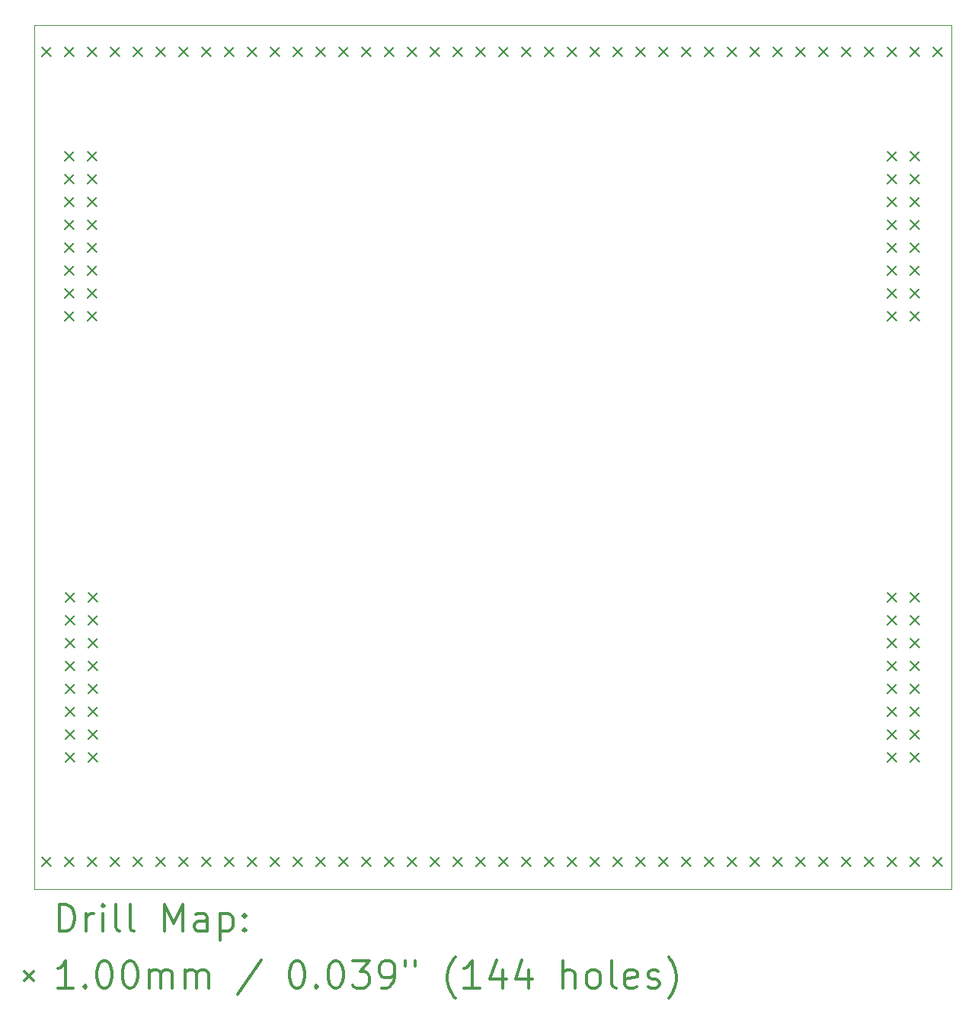
<source format=gbr>
%FSLAX45Y45*%
G04 Gerber Fmt 4.5, Leading zero omitted, Abs format (unit mm)*
G04 Created by KiCad (PCBNEW (5.1.9)-1) date 2021-10-03 21:23:25*
%MOMM*%
%LPD*%
G01*
G04 APERTURE LIST*
%TA.AperFunction,Profile*%
%ADD10C,0.100000*%
%TD*%
%ADD11C,0.200000*%
%ADD12C,0.300000*%
G04 APERTURE END LIST*
D10*
X8500000Y-13900000D02*
X8500000Y-4300000D01*
X18700000Y-13900000D02*
X8500000Y-13900000D01*
X18700000Y-4300000D02*
X18700000Y-13900000D01*
X8500000Y-4300000D02*
X18700000Y-4300000D01*
D11*
X8590000Y-4550000D02*
X8690000Y-4650000D01*
X8690000Y-4550000D02*
X8590000Y-4650000D01*
X8590000Y-13550000D02*
X8690000Y-13650000D01*
X8690000Y-13550000D02*
X8590000Y-13650000D01*
X8840000Y-5710000D02*
X8940000Y-5810000D01*
X8940000Y-5710000D02*
X8840000Y-5810000D01*
X8840000Y-5964000D02*
X8940000Y-6064000D01*
X8940000Y-5964000D02*
X8840000Y-6064000D01*
X8840000Y-6218000D02*
X8940000Y-6318000D01*
X8940000Y-6218000D02*
X8840000Y-6318000D01*
X8840000Y-6472000D02*
X8940000Y-6572000D01*
X8940000Y-6472000D02*
X8840000Y-6572000D01*
X8840000Y-6726000D02*
X8940000Y-6826000D01*
X8940000Y-6726000D02*
X8840000Y-6826000D01*
X8840000Y-6980000D02*
X8940000Y-7080000D01*
X8940000Y-6980000D02*
X8840000Y-7080000D01*
X8840000Y-7234000D02*
X8940000Y-7334000D01*
X8940000Y-7234000D02*
X8840000Y-7334000D01*
X8840000Y-7488000D02*
X8940000Y-7588000D01*
X8940000Y-7488000D02*
X8840000Y-7588000D01*
X8844000Y-4550000D02*
X8944000Y-4650000D01*
X8944000Y-4550000D02*
X8844000Y-4650000D01*
X8844000Y-13550000D02*
X8944000Y-13650000D01*
X8944000Y-13550000D02*
X8844000Y-13650000D01*
X8849000Y-10610000D02*
X8949000Y-10710000D01*
X8949000Y-10610000D02*
X8849000Y-10710000D01*
X8849000Y-10864000D02*
X8949000Y-10964000D01*
X8949000Y-10864000D02*
X8849000Y-10964000D01*
X8849000Y-11118000D02*
X8949000Y-11218000D01*
X8949000Y-11118000D02*
X8849000Y-11218000D01*
X8849000Y-11372000D02*
X8949000Y-11472000D01*
X8949000Y-11372000D02*
X8849000Y-11472000D01*
X8849000Y-11626000D02*
X8949000Y-11726000D01*
X8949000Y-11626000D02*
X8849000Y-11726000D01*
X8849000Y-11880000D02*
X8949000Y-11980000D01*
X8949000Y-11880000D02*
X8849000Y-11980000D01*
X8849000Y-12134000D02*
X8949000Y-12234000D01*
X8949000Y-12134000D02*
X8849000Y-12234000D01*
X8849000Y-12388000D02*
X8949000Y-12488000D01*
X8949000Y-12388000D02*
X8849000Y-12488000D01*
X9094000Y-5710000D02*
X9194000Y-5810000D01*
X9194000Y-5710000D02*
X9094000Y-5810000D01*
X9094000Y-5964000D02*
X9194000Y-6064000D01*
X9194000Y-5964000D02*
X9094000Y-6064000D01*
X9094000Y-6218000D02*
X9194000Y-6318000D01*
X9194000Y-6218000D02*
X9094000Y-6318000D01*
X9094000Y-6472000D02*
X9194000Y-6572000D01*
X9194000Y-6472000D02*
X9094000Y-6572000D01*
X9094000Y-6726000D02*
X9194000Y-6826000D01*
X9194000Y-6726000D02*
X9094000Y-6826000D01*
X9094000Y-6980000D02*
X9194000Y-7080000D01*
X9194000Y-6980000D02*
X9094000Y-7080000D01*
X9094000Y-7234000D02*
X9194000Y-7334000D01*
X9194000Y-7234000D02*
X9094000Y-7334000D01*
X9094000Y-7488000D02*
X9194000Y-7588000D01*
X9194000Y-7488000D02*
X9094000Y-7588000D01*
X9098000Y-4550000D02*
X9198000Y-4650000D01*
X9198000Y-4550000D02*
X9098000Y-4650000D01*
X9098000Y-13550000D02*
X9198000Y-13650000D01*
X9198000Y-13550000D02*
X9098000Y-13650000D01*
X9103000Y-10610000D02*
X9203000Y-10710000D01*
X9203000Y-10610000D02*
X9103000Y-10710000D01*
X9103000Y-10864000D02*
X9203000Y-10964000D01*
X9203000Y-10864000D02*
X9103000Y-10964000D01*
X9103000Y-11118000D02*
X9203000Y-11218000D01*
X9203000Y-11118000D02*
X9103000Y-11218000D01*
X9103000Y-11372000D02*
X9203000Y-11472000D01*
X9203000Y-11372000D02*
X9103000Y-11472000D01*
X9103000Y-11626000D02*
X9203000Y-11726000D01*
X9203000Y-11626000D02*
X9103000Y-11726000D01*
X9103000Y-11880000D02*
X9203000Y-11980000D01*
X9203000Y-11880000D02*
X9103000Y-11980000D01*
X9103000Y-12134000D02*
X9203000Y-12234000D01*
X9203000Y-12134000D02*
X9103000Y-12234000D01*
X9103000Y-12388000D02*
X9203000Y-12488000D01*
X9203000Y-12388000D02*
X9103000Y-12488000D01*
X9352000Y-4550000D02*
X9452000Y-4650000D01*
X9452000Y-4550000D02*
X9352000Y-4650000D01*
X9352000Y-13550000D02*
X9452000Y-13650000D01*
X9452000Y-13550000D02*
X9352000Y-13650000D01*
X9606000Y-4550000D02*
X9706000Y-4650000D01*
X9706000Y-4550000D02*
X9606000Y-4650000D01*
X9606000Y-13550000D02*
X9706000Y-13650000D01*
X9706000Y-13550000D02*
X9606000Y-13650000D01*
X9860000Y-4550000D02*
X9960000Y-4650000D01*
X9960000Y-4550000D02*
X9860000Y-4650000D01*
X9860000Y-13550000D02*
X9960000Y-13650000D01*
X9960000Y-13550000D02*
X9860000Y-13650000D01*
X10114000Y-4550000D02*
X10214000Y-4650000D01*
X10214000Y-4550000D02*
X10114000Y-4650000D01*
X10114000Y-13550000D02*
X10214000Y-13650000D01*
X10214000Y-13550000D02*
X10114000Y-13650000D01*
X10368000Y-4550000D02*
X10468000Y-4650000D01*
X10468000Y-4550000D02*
X10368000Y-4650000D01*
X10368000Y-13550000D02*
X10468000Y-13650000D01*
X10468000Y-13550000D02*
X10368000Y-13650000D01*
X10622000Y-4550000D02*
X10722000Y-4650000D01*
X10722000Y-4550000D02*
X10622000Y-4650000D01*
X10622000Y-13550000D02*
X10722000Y-13650000D01*
X10722000Y-13550000D02*
X10622000Y-13650000D01*
X10876000Y-4550000D02*
X10976000Y-4650000D01*
X10976000Y-4550000D02*
X10876000Y-4650000D01*
X10876000Y-13550000D02*
X10976000Y-13650000D01*
X10976000Y-13550000D02*
X10876000Y-13650000D01*
X11130000Y-4550000D02*
X11230000Y-4650000D01*
X11230000Y-4550000D02*
X11130000Y-4650000D01*
X11130000Y-13550000D02*
X11230000Y-13650000D01*
X11230000Y-13550000D02*
X11130000Y-13650000D01*
X11384000Y-4550000D02*
X11484000Y-4650000D01*
X11484000Y-4550000D02*
X11384000Y-4650000D01*
X11384000Y-13550000D02*
X11484000Y-13650000D01*
X11484000Y-13550000D02*
X11384000Y-13650000D01*
X11638000Y-4550000D02*
X11738000Y-4650000D01*
X11738000Y-4550000D02*
X11638000Y-4650000D01*
X11638000Y-13550000D02*
X11738000Y-13650000D01*
X11738000Y-13550000D02*
X11638000Y-13650000D01*
X11892000Y-4550000D02*
X11992000Y-4650000D01*
X11992000Y-4550000D02*
X11892000Y-4650000D01*
X11892000Y-13550000D02*
X11992000Y-13650000D01*
X11992000Y-13550000D02*
X11892000Y-13650000D01*
X12146000Y-4550000D02*
X12246000Y-4650000D01*
X12246000Y-4550000D02*
X12146000Y-4650000D01*
X12146000Y-13550000D02*
X12246000Y-13650000D01*
X12246000Y-13550000D02*
X12146000Y-13650000D01*
X12400000Y-4550000D02*
X12500000Y-4650000D01*
X12500000Y-4550000D02*
X12400000Y-4650000D01*
X12400000Y-13550000D02*
X12500000Y-13650000D01*
X12500000Y-13550000D02*
X12400000Y-13650000D01*
X12654000Y-4550000D02*
X12754000Y-4650000D01*
X12754000Y-4550000D02*
X12654000Y-4650000D01*
X12654000Y-13550000D02*
X12754000Y-13650000D01*
X12754000Y-13550000D02*
X12654000Y-13650000D01*
X12908000Y-4550000D02*
X13008000Y-4650000D01*
X13008000Y-4550000D02*
X12908000Y-4650000D01*
X12908000Y-13550000D02*
X13008000Y-13650000D01*
X13008000Y-13550000D02*
X12908000Y-13650000D01*
X13162000Y-4550000D02*
X13262000Y-4650000D01*
X13262000Y-4550000D02*
X13162000Y-4650000D01*
X13162000Y-13550000D02*
X13262000Y-13650000D01*
X13262000Y-13550000D02*
X13162000Y-13650000D01*
X13416000Y-4550000D02*
X13516000Y-4650000D01*
X13516000Y-4550000D02*
X13416000Y-4650000D01*
X13416000Y-13550000D02*
X13516000Y-13650000D01*
X13516000Y-13550000D02*
X13416000Y-13650000D01*
X13670000Y-4550000D02*
X13770000Y-4650000D01*
X13770000Y-4550000D02*
X13670000Y-4650000D01*
X13670000Y-13550000D02*
X13770000Y-13650000D01*
X13770000Y-13550000D02*
X13670000Y-13650000D01*
X13924000Y-4550000D02*
X14024000Y-4650000D01*
X14024000Y-4550000D02*
X13924000Y-4650000D01*
X13924000Y-13550000D02*
X14024000Y-13650000D01*
X14024000Y-13550000D02*
X13924000Y-13650000D01*
X14178000Y-4550000D02*
X14278000Y-4650000D01*
X14278000Y-4550000D02*
X14178000Y-4650000D01*
X14178000Y-13550000D02*
X14278000Y-13650000D01*
X14278000Y-13550000D02*
X14178000Y-13650000D01*
X14432000Y-4550000D02*
X14532000Y-4650000D01*
X14532000Y-4550000D02*
X14432000Y-4650000D01*
X14432000Y-13550000D02*
X14532000Y-13650000D01*
X14532000Y-13550000D02*
X14432000Y-13650000D01*
X14686000Y-4550000D02*
X14786000Y-4650000D01*
X14786000Y-4550000D02*
X14686000Y-4650000D01*
X14686000Y-13550000D02*
X14786000Y-13650000D01*
X14786000Y-13550000D02*
X14686000Y-13650000D01*
X14940000Y-4550000D02*
X15040000Y-4650000D01*
X15040000Y-4550000D02*
X14940000Y-4650000D01*
X14940000Y-13550000D02*
X15040000Y-13650000D01*
X15040000Y-13550000D02*
X14940000Y-13650000D01*
X15194000Y-4550000D02*
X15294000Y-4650000D01*
X15294000Y-4550000D02*
X15194000Y-4650000D01*
X15194000Y-13550000D02*
X15294000Y-13650000D01*
X15294000Y-13550000D02*
X15194000Y-13650000D01*
X15448000Y-4550000D02*
X15548000Y-4650000D01*
X15548000Y-4550000D02*
X15448000Y-4650000D01*
X15448000Y-13550000D02*
X15548000Y-13650000D01*
X15548000Y-13550000D02*
X15448000Y-13650000D01*
X15702000Y-4550000D02*
X15802000Y-4650000D01*
X15802000Y-4550000D02*
X15702000Y-4650000D01*
X15702000Y-13550000D02*
X15802000Y-13650000D01*
X15802000Y-13550000D02*
X15702000Y-13650000D01*
X15956000Y-4550000D02*
X16056000Y-4650000D01*
X16056000Y-4550000D02*
X15956000Y-4650000D01*
X15956000Y-13550000D02*
X16056000Y-13650000D01*
X16056000Y-13550000D02*
X15956000Y-13650000D01*
X16210000Y-4550000D02*
X16310000Y-4650000D01*
X16310000Y-4550000D02*
X16210000Y-4650000D01*
X16210000Y-13550000D02*
X16310000Y-13650000D01*
X16310000Y-13550000D02*
X16210000Y-13650000D01*
X16464000Y-4550000D02*
X16564000Y-4650000D01*
X16564000Y-4550000D02*
X16464000Y-4650000D01*
X16464000Y-13550000D02*
X16564000Y-13650000D01*
X16564000Y-13550000D02*
X16464000Y-13650000D01*
X16718000Y-4550000D02*
X16818000Y-4650000D01*
X16818000Y-4550000D02*
X16718000Y-4650000D01*
X16718000Y-13550000D02*
X16818000Y-13650000D01*
X16818000Y-13550000D02*
X16718000Y-13650000D01*
X16972000Y-4550000D02*
X17072000Y-4650000D01*
X17072000Y-4550000D02*
X16972000Y-4650000D01*
X16972000Y-13550000D02*
X17072000Y-13650000D01*
X17072000Y-13550000D02*
X16972000Y-13650000D01*
X17226000Y-4550000D02*
X17326000Y-4650000D01*
X17326000Y-4550000D02*
X17226000Y-4650000D01*
X17226000Y-13550000D02*
X17326000Y-13650000D01*
X17326000Y-13550000D02*
X17226000Y-13650000D01*
X17480000Y-4550000D02*
X17580000Y-4650000D01*
X17580000Y-4550000D02*
X17480000Y-4650000D01*
X17480000Y-13550000D02*
X17580000Y-13650000D01*
X17580000Y-13550000D02*
X17480000Y-13650000D01*
X17734000Y-4550000D02*
X17834000Y-4650000D01*
X17834000Y-4550000D02*
X17734000Y-4650000D01*
X17734000Y-13550000D02*
X17834000Y-13650000D01*
X17834000Y-13550000D02*
X17734000Y-13650000D01*
X17986000Y-5710000D02*
X18086000Y-5810000D01*
X18086000Y-5710000D02*
X17986000Y-5810000D01*
X17986000Y-5964000D02*
X18086000Y-6064000D01*
X18086000Y-5964000D02*
X17986000Y-6064000D01*
X17986000Y-6218000D02*
X18086000Y-6318000D01*
X18086000Y-6218000D02*
X17986000Y-6318000D01*
X17986000Y-6472000D02*
X18086000Y-6572000D01*
X18086000Y-6472000D02*
X17986000Y-6572000D01*
X17986000Y-6726000D02*
X18086000Y-6826000D01*
X18086000Y-6726000D02*
X17986000Y-6826000D01*
X17986000Y-6980000D02*
X18086000Y-7080000D01*
X18086000Y-6980000D02*
X17986000Y-7080000D01*
X17986000Y-7234000D02*
X18086000Y-7334000D01*
X18086000Y-7234000D02*
X17986000Y-7334000D01*
X17986000Y-7488000D02*
X18086000Y-7588000D01*
X18086000Y-7488000D02*
X17986000Y-7588000D01*
X17986000Y-10610000D02*
X18086000Y-10710000D01*
X18086000Y-10610000D02*
X17986000Y-10710000D01*
X17986000Y-10864000D02*
X18086000Y-10964000D01*
X18086000Y-10864000D02*
X17986000Y-10964000D01*
X17986000Y-11118000D02*
X18086000Y-11218000D01*
X18086000Y-11118000D02*
X17986000Y-11218000D01*
X17986000Y-11372000D02*
X18086000Y-11472000D01*
X18086000Y-11372000D02*
X17986000Y-11472000D01*
X17986000Y-11626000D02*
X18086000Y-11726000D01*
X18086000Y-11626000D02*
X17986000Y-11726000D01*
X17986000Y-11880000D02*
X18086000Y-11980000D01*
X18086000Y-11880000D02*
X17986000Y-11980000D01*
X17986000Y-12134000D02*
X18086000Y-12234000D01*
X18086000Y-12134000D02*
X17986000Y-12234000D01*
X17986000Y-12388000D02*
X18086000Y-12488000D01*
X18086000Y-12388000D02*
X17986000Y-12488000D01*
X17988000Y-4550000D02*
X18088000Y-4650000D01*
X18088000Y-4550000D02*
X17988000Y-4650000D01*
X17988000Y-13550000D02*
X18088000Y-13650000D01*
X18088000Y-13550000D02*
X17988000Y-13650000D01*
X18240000Y-5710000D02*
X18340000Y-5810000D01*
X18340000Y-5710000D02*
X18240000Y-5810000D01*
X18240000Y-5964000D02*
X18340000Y-6064000D01*
X18340000Y-5964000D02*
X18240000Y-6064000D01*
X18240000Y-6218000D02*
X18340000Y-6318000D01*
X18340000Y-6218000D02*
X18240000Y-6318000D01*
X18240000Y-6472000D02*
X18340000Y-6572000D01*
X18340000Y-6472000D02*
X18240000Y-6572000D01*
X18240000Y-6726000D02*
X18340000Y-6826000D01*
X18340000Y-6726000D02*
X18240000Y-6826000D01*
X18240000Y-6980000D02*
X18340000Y-7080000D01*
X18340000Y-6980000D02*
X18240000Y-7080000D01*
X18240000Y-7234000D02*
X18340000Y-7334000D01*
X18340000Y-7234000D02*
X18240000Y-7334000D01*
X18240000Y-7488000D02*
X18340000Y-7588000D01*
X18340000Y-7488000D02*
X18240000Y-7588000D01*
X18240000Y-10610000D02*
X18340000Y-10710000D01*
X18340000Y-10610000D02*
X18240000Y-10710000D01*
X18240000Y-10864000D02*
X18340000Y-10964000D01*
X18340000Y-10864000D02*
X18240000Y-10964000D01*
X18240000Y-11118000D02*
X18340000Y-11218000D01*
X18340000Y-11118000D02*
X18240000Y-11218000D01*
X18240000Y-11372000D02*
X18340000Y-11472000D01*
X18340000Y-11372000D02*
X18240000Y-11472000D01*
X18240000Y-11626000D02*
X18340000Y-11726000D01*
X18340000Y-11626000D02*
X18240000Y-11726000D01*
X18240000Y-11880000D02*
X18340000Y-11980000D01*
X18340000Y-11880000D02*
X18240000Y-11980000D01*
X18240000Y-12134000D02*
X18340000Y-12234000D01*
X18340000Y-12134000D02*
X18240000Y-12234000D01*
X18240000Y-12388000D02*
X18340000Y-12488000D01*
X18340000Y-12388000D02*
X18240000Y-12488000D01*
X18242000Y-4550000D02*
X18342000Y-4650000D01*
X18342000Y-4550000D02*
X18242000Y-4650000D01*
X18242000Y-13550000D02*
X18342000Y-13650000D01*
X18342000Y-13550000D02*
X18242000Y-13650000D01*
X18496000Y-4550000D02*
X18596000Y-4650000D01*
X18596000Y-4550000D02*
X18496000Y-4650000D01*
X18496000Y-13550000D02*
X18596000Y-13650000D01*
X18596000Y-13550000D02*
X18496000Y-13650000D01*
D12*
X8781428Y-14370714D02*
X8781428Y-14070714D01*
X8852857Y-14070714D01*
X8895714Y-14085000D01*
X8924286Y-14113571D01*
X8938571Y-14142143D01*
X8952857Y-14199286D01*
X8952857Y-14242143D01*
X8938571Y-14299286D01*
X8924286Y-14327857D01*
X8895714Y-14356429D01*
X8852857Y-14370714D01*
X8781428Y-14370714D01*
X9081428Y-14370714D02*
X9081428Y-14170714D01*
X9081428Y-14227857D02*
X9095714Y-14199286D01*
X9110000Y-14185000D01*
X9138571Y-14170714D01*
X9167143Y-14170714D01*
X9267143Y-14370714D02*
X9267143Y-14170714D01*
X9267143Y-14070714D02*
X9252857Y-14085000D01*
X9267143Y-14099286D01*
X9281428Y-14085000D01*
X9267143Y-14070714D01*
X9267143Y-14099286D01*
X9452857Y-14370714D02*
X9424286Y-14356429D01*
X9410000Y-14327857D01*
X9410000Y-14070714D01*
X9610000Y-14370714D02*
X9581428Y-14356429D01*
X9567143Y-14327857D01*
X9567143Y-14070714D01*
X9952857Y-14370714D02*
X9952857Y-14070714D01*
X10052857Y-14285000D01*
X10152857Y-14070714D01*
X10152857Y-14370714D01*
X10424286Y-14370714D02*
X10424286Y-14213571D01*
X10410000Y-14185000D01*
X10381428Y-14170714D01*
X10324286Y-14170714D01*
X10295714Y-14185000D01*
X10424286Y-14356429D02*
X10395714Y-14370714D01*
X10324286Y-14370714D01*
X10295714Y-14356429D01*
X10281428Y-14327857D01*
X10281428Y-14299286D01*
X10295714Y-14270714D01*
X10324286Y-14256429D01*
X10395714Y-14256429D01*
X10424286Y-14242143D01*
X10567143Y-14170714D02*
X10567143Y-14470714D01*
X10567143Y-14185000D02*
X10595714Y-14170714D01*
X10652857Y-14170714D01*
X10681428Y-14185000D01*
X10695714Y-14199286D01*
X10710000Y-14227857D01*
X10710000Y-14313571D01*
X10695714Y-14342143D01*
X10681428Y-14356429D01*
X10652857Y-14370714D01*
X10595714Y-14370714D01*
X10567143Y-14356429D01*
X10838571Y-14342143D02*
X10852857Y-14356429D01*
X10838571Y-14370714D01*
X10824286Y-14356429D01*
X10838571Y-14342143D01*
X10838571Y-14370714D01*
X10838571Y-14185000D02*
X10852857Y-14199286D01*
X10838571Y-14213571D01*
X10824286Y-14199286D01*
X10838571Y-14185000D01*
X10838571Y-14213571D01*
X8395000Y-14815000D02*
X8495000Y-14915000D01*
X8495000Y-14815000D02*
X8395000Y-14915000D01*
X8938571Y-15000714D02*
X8767143Y-15000714D01*
X8852857Y-15000714D02*
X8852857Y-14700714D01*
X8824286Y-14743571D01*
X8795714Y-14772143D01*
X8767143Y-14786429D01*
X9067143Y-14972143D02*
X9081428Y-14986429D01*
X9067143Y-15000714D01*
X9052857Y-14986429D01*
X9067143Y-14972143D01*
X9067143Y-15000714D01*
X9267143Y-14700714D02*
X9295714Y-14700714D01*
X9324286Y-14715000D01*
X9338571Y-14729286D01*
X9352857Y-14757857D01*
X9367143Y-14815000D01*
X9367143Y-14886429D01*
X9352857Y-14943571D01*
X9338571Y-14972143D01*
X9324286Y-14986429D01*
X9295714Y-15000714D01*
X9267143Y-15000714D01*
X9238571Y-14986429D01*
X9224286Y-14972143D01*
X9210000Y-14943571D01*
X9195714Y-14886429D01*
X9195714Y-14815000D01*
X9210000Y-14757857D01*
X9224286Y-14729286D01*
X9238571Y-14715000D01*
X9267143Y-14700714D01*
X9552857Y-14700714D02*
X9581428Y-14700714D01*
X9610000Y-14715000D01*
X9624286Y-14729286D01*
X9638571Y-14757857D01*
X9652857Y-14815000D01*
X9652857Y-14886429D01*
X9638571Y-14943571D01*
X9624286Y-14972143D01*
X9610000Y-14986429D01*
X9581428Y-15000714D01*
X9552857Y-15000714D01*
X9524286Y-14986429D01*
X9510000Y-14972143D01*
X9495714Y-14943571D01*
X9481428Y-14886429D01*
X9481428Y-14815000D01*
X9495714Y-14757857D01*
X9510000Y-14729286D01*
X9524286Y-14715000D01*
X9552857Y-14700714D01*
X9781428Y-15000714D02*
X9781428Y-14800714D01*
X9781428Y-14829286D02*
X9795714Y-14815000D01*
X9824286Y-14800714D01*
X9867143Y-14800714D01*
X9895714Y-14815000D01*
X9910000Y-14843571D01*
X9910000Y-15000714D01*
X9910000Y-14843571D02*
X9924286Y-14815000D01*
X9952857Y-14800714D01*
X9995714Y-14800714D01*
X10024286Y-14815000D01*
X10038571Y-14843571D01*
X10038571Y-15000714D01*
X10181428Y-15000714D02*
X10181428Y-14800714D01*
X10181428Y-14829286D02*
X10195714Y-14815000D01*
X10224286Y-14800714D01*
X10267143Y-14800714D01*
X10295714Y-14815000D01*
X10310000Y-14843571D01*
X10310000Y-15000714D01*
X10310000Y-14843571D02*
X10324286Y-14815000D01*
X10352857Y-14800714D01*
X10395714Y-14800714D01*
X10424286Y-14815000D01*
X10438571Y-14843571D01*
X10438571Y-15000714D01*
X11024286Y-14686429D02*
X10767143Y-15072143D01*
X11410000Y-14700714D02*
X11438571Y-14700714D01*
X11467143Y-14715000D01*
X11481428Y-14729286D01*
X11495714Y-14757857D01*
X11510000Y-14815000D01*
X11510000Y-14886429D01*
X11495714Y-14943571D01*
X11481428Y-14972143D01*
X11467143Y-14986429D01*
X11438571Y-15000714D01*
X11410000Y-15000714D01*
X11381428Y-14986429D01*
X11367143Y-14972143D01*
X11352857Y-14943571D01*
X11338571Y-14886429D01*
X11338571Y-14815000D01*
X11352857Y-14757857D01*
X11367143Y-14729286D01*
X11381428Y-14715000D01*
X11410000Y-14700714D01*
X11638571Y-14972143D02*
X11652857Y-14986429D01*
X11638571Y-15000714D01*
X11624286Y-14986429D01*
X11638571Y-14972143D01*
X11638571Y-15000714D01*
X11838571Y-14700714D02*
X11867143Y-14700714D01*
X11895714Y-14715000D01*
X11910000Y-14729286D01*
X11924286Y-14757857D01*
X11938571Y-14815000D01*
X11938571Y-14886429D01*
X11924286Y-14943571D01*
X11910000Y-14972143D01*
X11895714Y-14986429D01*
X11867143Y-15000714D01*
X11838571Y-15000714D01*
X11810000Y-14986429D01*
X11795714Y-14972143D01*
X11781428Y-14943571D01*
X11767143Y-14886429D01*
X11767143Y-14815000D01*
X11781428Y-14757857D01*
X11795714Y-14729286D01*
X11810000Y-14715000D01*
X11838571Y-14700714D01*
X12038571Y-14700714D02*
X12224286Y-14700714D01*
X12124286Y-14815000D01*
X12167143Y-14815000D01*
X12195714Y-14829286D01*
X12210000Y-14843571D01*
X12224286Y-14872143D01*
X12224286Y-14943571D01*
X12210000Y-14972143D01*
X12195714Y-14986429D01*
X12167143Y-15000714D01*
X12081428Y-15000714D01*
X12052857Y-14986429D01*
X12038571Y-14972143D01*
X12367143Y-15000714D02*
X12424286Y-15000714D01*
X12452857Y-14986429D01*
X12467143Y-14972143D01*
X12495714Y-14929286D01*
X12510000Y-14872143D01*
X12510000Y-14757857D01*
X12495714Y-14729286D01*
X12481428Y-14715000D01*
X12452857Y-14700714D01*
X12395714Y-14700714D01*
X12367143Y-14715000D01*
X12352857Y-14729286D01*
X12338571Y-14757857D01*
X12338571Y-14829286D01*
X12352857Y-14857857D01*
X12367143Y-14872143D01*
X12395714Y-14886429D01*
X12452857Y-14886429D01*
X12481428Y-14872143D01*
X12495714Y-14857857D01*
X12510000Y-14829286D01*
X12624286Y-14700714D02*
X12624286Y-14757857D01*
X12738571Y-14700714D02*
X12738571Y-14757857D01*
X13181428Y-15115000D02*
X13167143Y-15100714D01*
X13138571Y-15057857D01*
X13124286Y-15029286D01*
X13110000Y-14986429D01*
X13095714Y-14915000D01*
X13095714Y-14857857D01*
X13110000Y-14786429D01*
X13124286Y-14743571D01*
X13138571Y-14715000D01*
X13167143Y-14672143D01*
X13181428Y-14657857D01*
X13452857Y-15000714D02*
X13281428Y-15000714D01*
X13367143Y-15000714D02*
X13367143Y-14700714D01*
X13338571Y-14743571D01*
X13310000Y-14772143D01*
X13281428Y-14786429D01*
X13710000Y-14800714D02*
X13710000Y-15000714D01*
X13638571Y-14686429D02*
X13567143Y-14900714D01*
X13752857Y-14900714D01*
X13995714Y-14800714D02*
X13995714Y-15000714D01*
X13924286Y-14686429D02*
X13852857Y-14900714D01*
X14038571Y-14900714D01*
X14381428Y-15000714D02*
X14381428Y-14700714D01*
X14510000Y-15000714D02*
X14510000Y-14843571D01*
X14495714Y-14815000D01*
X14467143Y-14800714D01*
X14424286Y-14800714D01*
X14395714Y-14815000D01*
X14381428Y-14829286D01*
X14695714Y-15000714D02*
X14667143Y-14986429D01*
X14652857Y-14972143D01*
X14638571Y-14943571D01*
X14638571Y-14857857D01*
X14652857Y-14829286D01*
X14667143Y-14815000D01*
X14695714Y-14800714D01*
X14738571Y-14800714D01*
X14767143Y-14815000D01*
X14781428Y-14829286D01*
X14795714Y-14857857D01*
X14795714Y-14943571D01*
X14781428Y-14972143D01*
X14767143Y-14986429D01*
X14738571Y-15000714D01*
X14695714Y-15000714D01*
X14967143Y-15000714D02*
X14938571Y-14986429D01*
X14924286Y-14957857D01*
X14924286Y-14700714D01*
X15195714Y-14986429D02*
X15167143Y-15000714D01*
X15110000Y-15000714D01*
X15081428Y-14986429D01*
X15067143Y-14957857D01*
X15067143Y-14843571D01*
X15081428Y-14815000D01*
X15110000Y-14800714D01*
X15167143Y-14800714D01*
X15195714Y-14815000D01*
X15210000Y-14843571D01*
X15210000Y-14872143D01*
X15067143Y-14900714D01*
X15324286Y-14986429D02*
X15352857Y-15000714D01*
X15410000Y-15000714D01*
X15438571Y-14986429D01*
X15452857Y-14957857D01*
X15452857Y-14943571D01*
X15438571Y-14915000D01*
X15410000Y-14900714D01*
X15367143Y-14900714D01*
X15338571Y-14886429D01*
X15324286Y-14857857D01*
X15324286Y-14843571D01*
X15338571Y-14815000D01*
X15367143Y-14800714D01*
X15410000Y-14800714D01*
X15438571Y-14815000D01*
X15552857Y-15115000D02*
X15567143Y-15100714D01*
X15595714Y-15057857D01*
X15610000Y-15029286D01*
X15624286Y-14986429D01*
X15638571Y-14915000D01*
X15638571Y-14857857D01*
X15624286Y-14786429D01*
X15610000Y-14743571D01*
X15595714Y-14715000D01*
X15567143Y-14672143D01*
X15552857Y-14657857D01*
M02*

</source>
